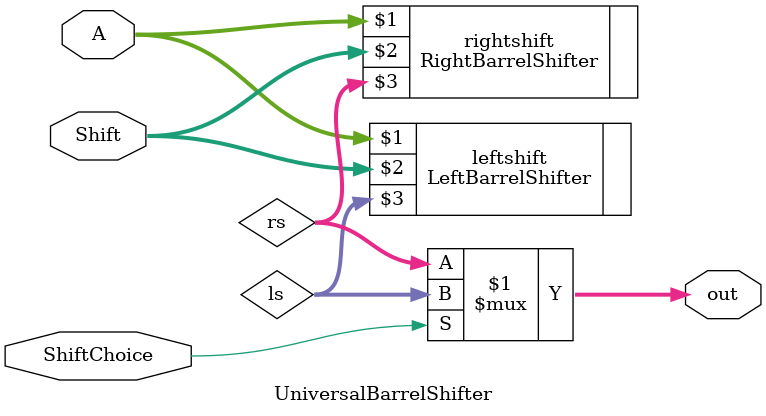
<source format=v>
`include "LeftBarrelShifter.v"
`include "RightBarrelShifter.v"

module UniversalBarrelShifter (A, Shift, ShiftChoice, out);

input [16:1] A;
input [4:1] Shift;
input ShiftChoice;  // Left Shift if 1, else if 0 Right Shift

output [16:1] out;

wire [16:1] ls, rs;

LeftBarrelShifter leftshift (A, Shift, ls);
RightBarrelShifter rightshift (A, Shift, rs);

assign out = (ShiftChoice) ? ls : rs;

endmodule
</source>
